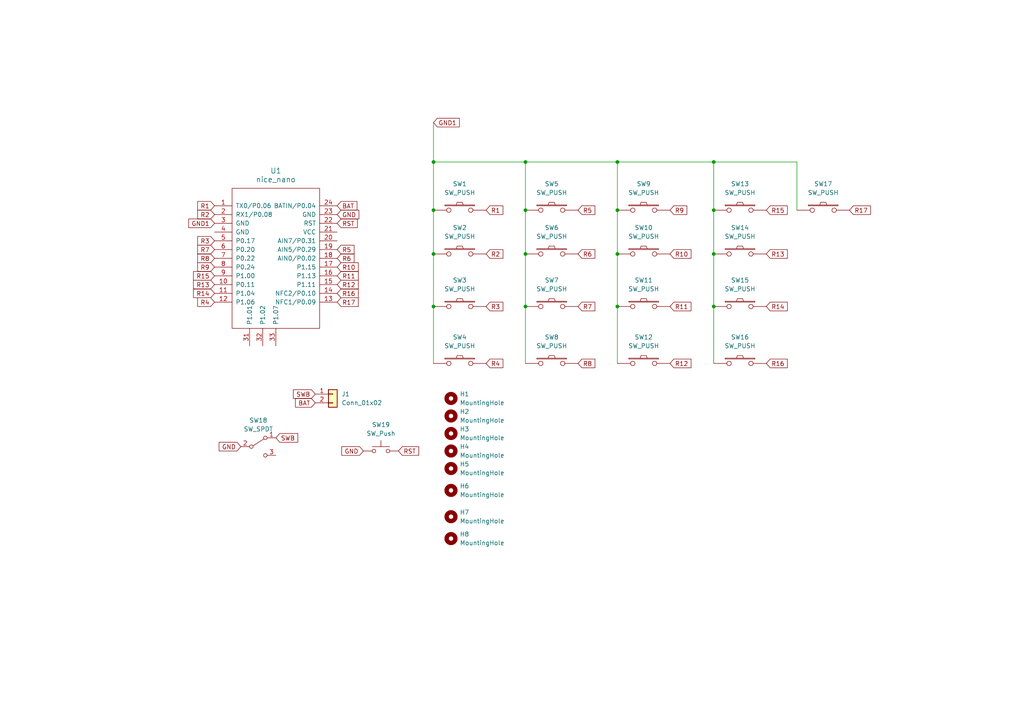
<source format=kicad_sch>
(kicad_sch (version 20230121) (generator eeschema)
  (paper "A4")
  (lib_symbols
    (symbol "Connector_Generic:Conn_01x02" (pin_names (offset 1.016) hide)
      (property "Reference" "J" (at 0 2.54 0))
      (property "Value" "Conn_01x02" (at 0 -5.08 0))
      (symbol "Conn_01x02_1_1"
        (rectangle (start -1.27 -2.413) (end 0 -2.667) (stroke (width 0.1524)))
        (rectangle (start -1.27 0.127) (end 0 -0.127) (stroke (width 0.1524)))
        (rectangle (start -1.27 1.27) (end 1.27 -3.81) (stroke (width 0.254)) (fill (type background)))
        (pin passive line (at -5.08 0 0) (length 3.81) (name "Pin_1") (number "1"))
        (pin passive line (at -5.08 -2.54 0) (length 3.81) (name "Pin_2") (number "2"))
      )
    )
    (symbol "Mechanical:MountingHole" (pin_names (offset 1.016))
      (property "Reference" "H" (at 0 5.08 0))
      (property "Value" "MountingHole" (at 0 3.175 0))
      (symbol "MountingHole_0_1"
        (circle (center 0 0) (radius 1.27) (stroke (width 1.27)))
      )
    )
    (symbol "Switch:SW_Push" (pin_numbers hide) (pin_names (offset 1.016) hide)
      (property "Reference" "SW" (at 1.27 2.54 0))
      (property "Value" "SW_Push" (at 0 -1.524 0))
      (symbol "SW_Push_0_1"
        (circle (center -2.032 0) (radius 0.508))
        (polyline (pts (xy 0 1.27) (xy 0 3.048)))
        (polyline (pts (xy 2.54 1.27) (xy -2.54 1.27)))
        (circle (center 2.032 0) (radius 0.508))
        (pin passive line (at -5.08 0 0) (length 2.54) (name "1") (number "1"))
        (pin passive line (at 5.08 0 180) (length 2.54) (name "2") (number "2"))
      )
    )
    (symbol "Switch:SW_SPDT" (pin_names (offset 0) hide)
      (property "Reference" "SW" (at 0 4.318 0))
      (property "Value" "SW_SPDT" (at 0 -5.08 0))
      (symbol "SW_SPDT_0_0"
        (circle (center -2.032 0) (radius 0.508))
        (circle (center 2.032 -2.54) (radius 0.508))
      )
      (symbol "SW_SPDT_0_1"
        (polyline (pts (xy -1.524 0.254) (xy 1.651 2.286)))
        (circle (center 2.032 2.54) (radius 0.508))
      )
      (symbol "SW_SPDT_1_1"
        (pin passive line (at 5.08 2.54 180) (length 2.54) (name "A") (number "1"))
        (pin passive line (at -5.08 0 0) (length 2.54) (name "B") (number "2"))
        (pin passive line (at 5.08 -2.54 180) (length 2.54) (name "C") (number "3"))
      )
    )
    (symbol "foostan:SW_PUSH" (pin_numbers hide) (pin_names (offset 1.016) hide)
      (property "Reference" "SW" (at 3.81 2.794 0))
      (property "Value" "SW_PUSH" (at 0 -2.032 0))
      (symbol "SW_PUSH_0_1"
        (rectangle (start -4.318 1.27) (end 4.318 1.524))
        (polyline (pts (xy -1.016 1.524) (xy -0.762 2.286) (xy 0.762 2.286) (xy 1.016 1.524)))
        (pin passive inverted (at -7.62 0 0) (length 5.08) (name "1") (number "1"))
        (pin passive inverted (at 7.62 0 180) (length 5.08) (name "2") (number "2"))
      )
    )
    (symbol "nice_nano:nice_nano" (pin_names (offset 1.016))
      (property "Reference" "U" (at 0 0 0))
      (property "Value" "nice_nano" (at 0 2.54 0))
      (symbol "nice_nano_0_1"
        (rectangle (start -12.7 -21.59) (end 12.7 19.05))
      )
      (symbol "nice_nano_1_1"
        (pin input line (at -17.78 13.97 0) (length 5.08) (name "TX0/P0.06") (number "1"))
        (pin input line (at -17.78 -8.89 0) (length 5.08) (name "P0.11") (number "10"))
        (pin input line (at -17.78 -11.43 0) (length 5.08) (name "P1.04") (number "11"))
        (pin input line (at -17.78 -13.97 0) (length 5.08) (name "P1.06") (number "12"))
        (pin input line (at 17.78 -13.97 180) (length 5.08) (name "NFC1/P0.09") (number "13"))
        (pin input line (at 17.78 -11.43 180) (length 5.08) (name "NFC2/P0.10") (number "14"))
        (pin input line (at 17.78 -8.89 180) (length 5.08) (name "P1.11") (number "15"))
        (pin input line (at 17.78 -6.35 180) (length 5.08) (name "P1.13") (number "16"))
        (pin input line (at 17.78 -3.81 180) (length 5.08) (name "P1.15") (number "17"))
        (pin input line (at 17.78 -1.27 180) (length 5.08) (name "AIN0/P0.02") (number "18"))
        (pin input line (at 17.78 1.27 180) (length 5.08) (name "AIN5/P0.29") (number "19"))
        (pin input line (at -17.78 11.43 0) (length 5.08) (name "RX1/P0.08") (number "2"))
        (pin input line (at 17.78 3.81 180) (length 5.08) (name "AIN7/P0.31") (number "20"))
        (pin input line (at 17.78 6.35 180) (length 5.08) (name "VCC") (number "21"))
        (pin input line (at 17.78 8.89 180) (length 5.08) (name "RST") (number "22"))
        (pin input line (at 17.78 11.43 180) (length 5.08) (name "GND") (number "23"))
        (pin input line (at 17.78 13.97 180) (length 5.08) (name "BATIN/P0.04") (number "24"))
        (pin input line (at -17.78 8.89 0) (length 5.08) (name "GND") (number "3"))
        (pin input line (at -7.62 -26.67 90) (length 5.08) (name "P1.01") (number "31"))
        (pin input line (at -3.81 -26.67 90) (length 5.08) (name "P1.02") (number "32"))
        (pin input line (at 0 -26.67 90) (length 5.08) (name "P1.07") (number "33"))
        (pin input line (at -17.78 6.35 0) (length 5.08) (name "GND") (number "4"))
        (pin input line (at -17.78 3.81 0) (length 5.08) (name "P0.17") (number "5"))
        (pin input line (at -17.78 1.27 0) (length 5.08) (name "P0.20") (number "6"))
        (pin input line (at -17.78 -1.27 0) (length 5.08) (name "P0.22") (number "7"))
        (pin input line (at -17.78 -3.81 0) (length 5.08) (name "P0.24") (number "8"))
        (pin input line (at -17.78 -6.35 0) (length 5.08) (name "P1.00") (number "9"))
      )
    )
  )
  (junction (at 179.07 60.96))
  (junction (at 152.4 88.9))
  (junction (at 179.07 88.9))
  (junction (at 179.07 73.66))
  (junction (at 207.01 73.66))
  (junction (at 179.07 46.99))
  (junction (at 152.4 60.96))
  (junction (at 125.73 73.66))
  (junction (at 125.73 46.99))
  (junction (at 125.73 88.9))
  (junction (at 152.4 46.99))
  (junction (at 152.4 73.66))
  (junction (at 207.01 88.9))
  (junction (at 207.01 60.96))
  (junction (at 125.73 60.96))
  (junction (at 207.01 46.99))
  (wire (pts (xy 125.73 35.56) (xy 125.73 46.99)))
  (wire (pts (xy 152.4 105.41) (xy 152.4 88.9)))
  (wire (pts (xy 152.4 46.99) (xy 179.07 46.99)))
  (wire (pts (xy 152.4 88.9) (xy 152.4 73.66)))
  (wire (pts (xy 207.01 73.66) (xy 207.01 88.9)))
  (wire (pts (xy 207.01 88.9) (xy 207.01 105.41)))
  (wire (pts (xy 125.73 60.96) (xy 125.73 73.66)))
  (wire (pts (xy 179.07 73.66) (xy 179.07 88.9)))
  (wire (pts (xy 179.07 88.9) (xy 179.07 105.41)))
  (wire (pts (xy 152.4 60.96) (xy 152.4 46.99)))
  (wire (pts (xy 207.01 46.99) (xy 207.01 60.96)))
  (wire (pts (xy 125.73 88.9) (xy 125.73 105.41)))
  (wire (pts (xy 179.07 46.99) (xy 179.07 60.96)))
  (wire (pts (xy 207.01 60.96) (xy 207.01 73.66)))
  (wire (pts (xy 231.14 46.99) (xy 231.14 60.96)))
  (wire (pts (xy 152.4 73.66) (xy 152.4 60.96)))
  (wire (pts (xy 125.73 73.66) (xy 125.73 88.9)))
  (wire (pts (xy 179.07 60.96) (xy 179.07 73.66)))
  (wire (pts (xy 125.73 46.99) (xy 125.73 60.96)))
  (wire (pts (xy 179.07 46.99) (xy 207.01 46.99)))
  (wire (pts (xy 125.73 46.99) (xy 152.4 46.99)))
  (wire (pts (xy 207.01 46.99) (xy 231.14 46.99)))
  (global_label "R5" (shape input) (at 97.79 72.39 0) (property "Intersheetrefs" "${INTERSHEET_REFS}" (effects hide)))
  (global_label "R12" (shape input) (at 97.79 82.55 0) (property "Intersheetrefs" "${INTERSHEET_REFS}" (effects hide)))
  (global_label "BAT" (shape input) (at 97.79 59.69 0) (property "Intersheetrefs" "${INTERSHEET_REFS}" (effects hide)))
  (global_label "R6" (shape input) (at 167.64 73.66 0) (property "Intersheetrefs" "${INTERSHEET_REFS}" (effects hide)))
  (global_label "R4" (shape input) (at 140.97 105.41 0) (property "Intersheetrefs" "${INTERSHEET_REFS}" (effects hide)))
  (global_label "RST" (shape input) (at 97.79 64.77 0) (property "Intersheetrefs" "${INTERSHEET_REFS}" (effects hide)))
  (global_label "BAT" (shape input) (at 91.44 116.84 180) (property "Intersheetrefs" "${INTERSHEET_REFS}" (effects hide)))
  (global_label "R8" (shape input) (at 62.23 74.93 180) (property "Intersheetrefs" "${INTERSHEET_REFS}" (effects hide)))
  (global_label "R1" (shape input) (at 140.97 60.96 0) (property "Intersheetrefs" "${INTERSHEET_REFS}" (effects hide)))
  (global_label "R17" (shape input) (at 97.79 87.63 0) (property "Intersheetrefs" "${INTERSHEET_REFS}" (effects hide)))
  (global_label "R10" (shape input) (at 97.79 77.47 0) (property "Intersheetrefs" "${INTERSHEET_REFS}" (effects hide)))
  (global_label "R7" (shape input) (at 167.64 88.9 0) (property "Intersheetrefs" "${INTERSHEET_REFS}" (effects hide)))
  (global_label "R11" (shape input) (at 194.31 88.9 0) (property "Intersheetrefs" "${INTERSHEET_REFS}" (effects hide)))
  (global_label "R1" (shape input) (at 62.23 59.69 180) (property "Intersheetrefs" "${INTERSHEET_REFS}" (effects hide)))
  (global_label "R16" (shape input) (at 222.25 105.41 0) (property "Intersheetrefs" "${INTERSHEET_REFS}" (effects hide)))
  (global_label "GND" (shape input) (at 97.79 62.23 0) (property "Intersheetrefs" "${INTERSHEET_REFS}" (effects hide)))
  (global_label "R13" (shape input) (at 62.23 82.55 180) (property "Intersheetrefs" "${INTERSHEET_REFS}" (effects hide)))
  (global_label "SWB" (shape input) (at 80.01 127 0) (property "Intersheetrefs" "${INTERSHEET_REFS}" (effects hide)))
  (global_label "R13" (shape input) (at 222.25 73.66 0) (property "Intersheetrefs" "${INTERSHEET_REFS}" (effects hide)))
  (global_label "R2" (shape input) (at 140.97 73.66 0) (property "Intersheetrefs" "${INTERSHEET_REFS}" (effects hide)))
  (global_label "R4" (shape input) (at 62.23 87.63 180) (property "Intersheetrefs" "${INTERSHEET_REFS}" (effects hide)))
  (global_label "R2" (shape input) (at 62.23 62.23 180) (property "Intersheetrefs" "${INTERSHEET_REFS}" (effects hide)))
  (global_label "R9" (shape input) (at 194.31 60.96 0) (property "Intersheetrefs" "${INTERSHEET_REFS}" (effects hide)))
  (global_label "GND" (shape input) (at 105.41 130.81 180) (property "Intersheetrefs" "${INTERSHEET_REFS}" (effects hide)))
  (global_label "RST" (shape input) (at 115.57 130.81 0) (property "Intersheetrefs" "${INTERSHEET_REFS}" (effects hide)))
  (global_label "R9" (shape input) (at 62.23 77.47 180) (property "Intersheetrefs" "${INTERSHEET_REFS}" (effects hide)))
  (global_label "SWB" (shape input) (at 91.44 114.3 180) (property "Intersheetrefs" "${INTERSHEET_REFS}" (effects hide)))
  (global_label "GND1" (shape input) (at 125.73 35.56 0) (property "Intersheetrefs" "${INTERSHEET_REFS}" (effects hide)))
  (global_label "R11" (shape input) (at 97.79 80.01 0) (property "Intersheetrefs" "${INTERSHEET_REFS}" (effects hide)))
  (global_label "R10" (shape input) (at 194.31 73.66 0) (property "Intersheetrefs" "${INTERSHEET_REFS}" (effects hide)))
  (global_label "R12" (shape input) (at 194.31 105.41 0) (property "Intersheetrefs" "${INTERSHEET_REFS}" (effects hide)))
  (global_label "R15" (shape input) (at 222.25 60.96 0) (property "Intersheetrefs" "${INTERSHEET_REFS}" (effects hide)))
  (global_label "GND" (shape input) (at 69.85 129.54 180) (property "Intersheetrefs" "${INTERSHEET_REFS}" (effects hide)))
  (global_label "R8" (shape input) (at 167.64 105.41 0) (property "Intersheetrefs" "${INTERSHEET_REFS}" (effects hide)))
  (global_label "R16" (shape input) (at 97.79 85.09 0) (property "Intersheetrefs" "${INTERSHEET_REFS}" (effects hide)))
  (global_label "R15" (shape input) (at 62.23 80.01 180) (property "Intersheetrefs" "${INTERSHEET_REFS}" (effects hide)))
  (global_label "R7" (shape input) (at 62.23 72.39 180) (property "Intersheetrefs" "${INTERSHEET_REFS}" (effects hide)))
  (global_label "R5" (shape input) (at 167.64 60.96 0) (property "Intersheetrefs" "${INTERSHEET_REFS}" (effects hide)))
  (global_label "R3" (shape input) (at 140.97 88.9 0) (property "Intersheetrefs" "${INTERSHEET_REFS}" (effects hide)))
  (global_label "GND1" (shape input) (at 62.23 64.77 180) (property "Intersheetrefs" "${INTERSHEET_REFS}" (effects hide)))
  (global_label "R14" (shape input) (at 222.25 88.9 0) (property "Intersheetrefs" "${INTERSHEET_REFS}" (effects hide)))
  (global_label "R17" (shape input) (at 246.38 60.96 0) (property "Intersheetrefs" "${INTERSHEET_REFS}" (effects hide)))
  (global_label "R6" (shape input) (at 97.79 74.93 0) (property "Intersheetrefs" "${INTERSHEET_REFS}" (effects hide)))
  (global_label "R14" (shape input) (at 62.23 85.09 180) (property "Intersheetrefs" "${INTERSHEET_REFS}" (effects hide)))
  (global_label "R3" (shape input) (at 62.23 69.85 180) (property "Intersheetrefs" "${INTERSHEET_REFS}" (effects hide)))
  (symbol (lib_id "Mechanical:MountingHole") (at 130.81 115.57 0) (unit 1)
    (property "Reference" "H1" (at 133.35 114.3 0) (effects (justify left)))
    (property "Value" "MountingHole" (at 133.35 116.84 0) (effects (justify left)))
    (property "Footprint" "MountingHole:MountingHole_2.5mm" (effects hide))
  )
  (symbol (lib_id "Mechanical:MountingHole") (at 130.81 142.24 0) (unit 1)
    (property "Reference" "H6" (at 133.35 140.97 0) (effects (justify left)))
    (property "Value" "MountingHole" (at 133.35 143.51 0) (effects (justify left)))
    (property "Footprint" "MountingHole:MountingHole_2.5mm" (effects hide))
  )
  (symbol (lib_id "foostan:SW_PUSH") (at 160.02 105.41 0) (unit 1)
    (property "Reference" "SW8" (at 160.02 97.79 0))
    (property "Value" "SW_PUSH" (at 160.02 100.33 0))
    (property "Footprint" "kleeb-master-pg1350:pg1350-R" (effects hide))
  )
  (symbol (lib_id "foostan:SW_PUSH") (at 160.02 73.66 0) (unit 1)
    (property "Reference" "SW6" (at 160.02 66.04 0))
    (property "Value" "SW_PUSH" (at 160.02 68.58 0))
    (property "Footprint" "kleeb-master-pg1350:pg1350-R" (effects hide))
  )
  (symbol (lib_id "foostan:SW_PUSH") (at 214.63 105.41 0) (unit 1)
    (property "Reference" "SW16" (at 214.63 97.79 0))
    (property "Value" "SW_PUSH" (at 214.63 100.33 0))
    (property "Footprint" "kleeb-master-pg1350:pg1350-R" (effects hide))
  )
  (symbol (lib_id "Mechanical:MountingHole") (at 130.81 120.65 0) (unit 1)
    (property "Reference" "H2" (at 133.35 119.38 0) (effects (justify left)))
    (property "Value" "MountingHole" (at 133.35 121.92 0) (effects (justify left)))
    (property "Footprint" "MountingHole:MountingHole_2.5mm" (effects hide))
  )
  (symbol (lib_id "foostan:SW_PUSH") (at 160.02 88.9 0) (unit 1)
    (property "Reference" "SW7" (at 160.02 81.28 0))
    (property "Value" "SW_PUSH" (at 160.02 83.82 0))
    (property "Footprint" "kleeb-master-pg1350:pg1350-R" (effects hide))
  )
  (symbol (lib_id "foostan:SW_PUSH") (at 186.69 105.41 0) (unit 1)
    (property "Reference" "SW12" (at 186.69 97.79 0))
    (property "Value" "SW_PUSH" (at 186.69 100.33 0))
    (property "Footprint" "kleeb-master-pg1350:pg1350-R" (effects hide))
  )
  (symbol (lib_id "Switch:SW_Push") (at 110.49 130.81 0) (unit 1)
    (property "Reference" "SW19" (at 110.49 123.19 0))
    (property "Value" "SW_Push" (at 110.49 125.73 0))
    (property "Footprint" "foostan:ResetSW" (effects hide))
  )
  (symbol (lib_id "nice_nano:nice_nano") (at 80.01 73.66 0) (unit 1)
    (property "Reference" "U1" (at 80.01 49.53 0) (effects (font (size 1.524 1.524))))
    (property "Value" "nice_nano" (at 80.01 52.07 0) (effects (font (size 1.524 1.524))))
    (property "Footprint" "nice-nano-kicad:nice_nano" (effects hide))
  )
  (symbol (lib_id "foostan:SW_PUSH") (at 133.35 73.66 0) (unit 1)
    (property "Reference" "SW2" (at 133.35 66.04 0))
    (property "Value" "SW_PUSH" (at 133.35 68.58 0))
    (property "Footprint" "kleeb-master-pg1350:pg1350-R" (effects hide))
  )
  (symbol (lib_id "foostan:SW_PUSH") (at 214.63 88.9 0) (unit 1)
    (property "Reference" "SW15" (at 214.63 81.28 0))
    (property "Value" "SW_PUSH" (at 214.63 83.82 0))
    (property "Footprint" "kleeb-master-pg1350:pg1350-R" (effects hide))
  )
  (symbol (lib_id "Mechanical:MountingHole") (at 130.81 156.21 0) (unit 1)
    (property "Reference" "H8" (at 133.35 154.94 0) (effects (justify left)))
    (property "Value" "MountingHole" (at 133.35 157.48 0) (effects (justify left)))
    (property "Footprint" "MountingHole:MountingHole_2.5mm" (effects hide))
  )
  (symbol (lib_id "foostan:SW_PUSH") (at 186.69 88.9 0) (unit 1)
    (property "Reference" "SW11" (at 186.69 81.28 0))
    (property "Value" "SW_PUSH" (at 186.69 83.82 0))
    (property "Footprint" "kleeb-master-pg1350:pg1350-R" (effects hide))
  )
  (symbol (lib_id "foostan:SW_PUSH") (at 133.35 60.96 0) (unit 1)
    (property "Reference" "SW1" (at 133.35 53.34 0))
    (property "Value" "SW_PUSH" (at 133.35 55.88 0))
    (property "Footprint" "kleeb-master-pg1350:pg1350-R" (effects hide))
  )
  (symbol (lib_id "foostan:SW_PUSH") (at 186.69 60.96 0) (unit 1)
    (property "Reference" "SW9" (at 186.69 53.34 0))
    (property "Value" "SW_PUSH" (at 186.69 55.88 0))
    (property "Footprint" "kleeb-master-pg1350:pg1350-R" (effects hide))
  )
  (symbol (lib_id "Mechanical:MountingHole") (at 130.81 135.89 0) (unit 1)
    (property "Reference" "H5" (at 133.35 134.62 0) (effects (justify left)))
    (property "Value" "MountingHole" (at 133.35 137.16 0) (effects (justify left)))
    (property "Footprint" "MountingHole:MountingHole_2.5mm" (effects hide))
  )
  (symbol (lib_id "Mechanical:MountingHole") (at 130.81 149.86 0) (unit 1)
    (property "Reference" "H7" (at 133.35 148.59 0) (effects (justify left)))
    (property "Value" "MountingHole" (at 133.35 151.13 0) (effects (justify left)))
    (property "Footprint" "MountingHole:MountingHole_2.5mm" (effects hide))
  )
  (symbol (lib_id "foostan:SW_PUSH") (at 238.76 60.96 0) (unit 1)
    (property "Reference" "SW17" (at 238.76 53.34 0))
    (property "Value" "SW_PUSH" (at 238.76 55.88 0))
    (property "Footprint" "kleeb-master-pg1350:pg1350-R" (effects hide))
  )
  (symbol (lib_id "Mechanical:MountingHole") (at 130.81 130.81 0) (unit 1)
    (property "Reference" "H4" (at 133.35 129.54 0) (effects (justify left)))
    (property "Value" "MountingHole" (at 133.35 132.08 0) (effects (justify left)))
    (property "Footprint" "MountingHole:MountingHole_2.5mm" (effects hide))
  )
  (symbol (lib_id "foostan:SW_PUSH") (at 160.02 60.96 0) (unit 1)
    (property "Reference" "SW5" (at 160.02 53.34 0))
    (property "Value" "SW_PUSH" (at 160.02 55.88 0))
    (property "Footprint" "kleeb-master-pg1350:pg1350-R" (effects hide))
  )
  (symbol (lib_id "Switch:SW_SPDT") (at 74.93 129.54 0) (unit 1)
    (property "Reference" "SW18" (at 74.93 121.92 0))
    (property "Value" "SW_SPDT" (at 74.93 124.46 0))
    (property "Footprint" "Button_Switch_SMD:SW_SPDT_PCM12" (effects hide))
  )
  (symbol (lib_id "foostan:SW_PUSH") (at 133.35 88.9 0) (unit 1)
    (property "Reference" "SW3" (at 133.35 81.28 0))
    (property "Value" "SW_PUSH" (at 133.35 83.82 0))
    (property "Footprint" "kleeb-master-pg1350:pg1350-R" (effects hide))
  )
  (symbol (lib_id "foostan:SW_PUSH") (at 186.69 73.66 0) (unit 1)
    (property "Reference" "SW10" (at 186.69 66.04 0))
    (property "Value" "SW_PUSH" (at 186.69 68.58 0))
    (property "Footprint" "kleeb-master-pg1350:pg1350-R" (effects hide))
  )
  (symbol (lib_id "foostan:SW_PUSH") (at 214.63 60.96 0) (unit 1)
    (property "Reference" "SW13" (at 214.63 53.34 0))
    (property "Value" "SW_PUSH" (at 214.63 55.88 0))
    (property "Footprint" "kleeb-master-pg1350:pg1350-R" (effects hide))
  )
  (symbol (lib_id "foostan:SW_PUSH") (at 214.63 73.66 0) (unit 1)
    (property "Reference" "SW14" (at 214.63 66.04 0))
    (property "Value" "SW_PUSH" (at 214.63 68.58 0))
    (property "Footprint" "kleeb-master-pg1350:pg1350-R" (effects hide))
  )
  (symbol (lib_id "foostan:SW_PUSH") (at 133.35 105.41 0) (unit 1)
    (property "Reference" "SW4" (at 133.35 97.79 0))
    (property "Value" "SW_PUSH" (at 133.35 100.33 0))
    (property "Footprint" "kleeb-master-pg1350:pg1350-R" (effects hide))
  )
  (symbol (lib_id "Connector_Generic:Conn_01x02") (at 96.52 114.3 0) (unit 1)
    (property "Reference" "J1" (at 99.06 114.3 0) (effects (justify left)))
    (property "Value" "Conn_01x02" (at 99.06 116.84 0) (effects (justify left)))
    (property "Footprint" "Connector_JST:JST_EH_B2B-EH-A_1x02_P2.50mm_Vertical" (effects hide))
  )
  (symbol (lib_id "Mechanical:MountingHole") (at 130.81 125.73 0) (unit 1)
    (property "Reference" "H3" (at 133.35 124.46 0) (effects (justify left)))
    (property "Value" "MountingHole" (at 133.35 127 0) (effects (justify left)))
    (property "Footprint" "MountingHole:MountingHole_2.5mm" (effects hide))
  )
)
</source>
